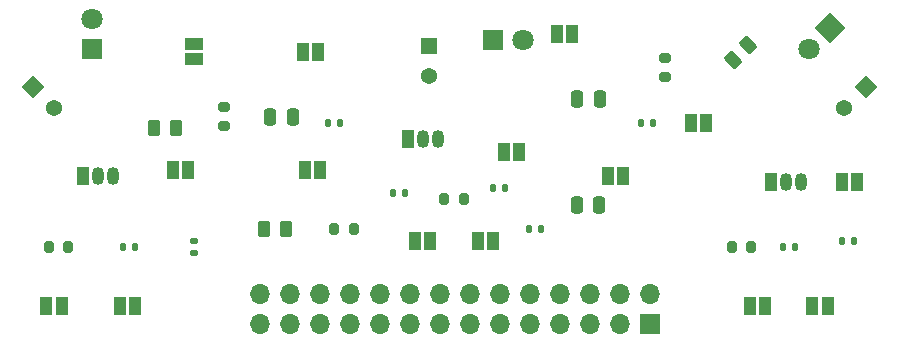
<source format=gbr>
%TF.GenerationSoftware,KiCad,Pcbnew,8.0.1*%
%TF.CreationDate,2024-03-24T13:46:44+02:00*%
%TF.ProjectId,EEE3088F Sensing Subsystem Project,45454533-3038-4384-9620-53656e73696e,rev?*%
%TF.SameCoordinates,Original*%
%TF.FileFunction,Soldermask,Top*%
%TF.FilePolarity,Negative*%
%FSLAX46Y46*%
G04 Gerber Fmt 4.6, Leading zero omitted, Abs format (unit mm)*
G04 Created by KiCad (PCBNEW 8.0.1) date 2024-03-24 13:46:44*
%MOMM*%
%LPD*%
G01*
G04 APERTURE LIST*
G04 Aperture macros list*
%AMRoundRect*
0 Rectangle with rounded corners*
0 $1 Rounding radius*
0 $2 $3 $4 $5 $6 $7 $8 $9 X,Y pos of 4 corners*
0 Add a 4 corners polygon primitive as box body*
4,1,4,$2,$3,$4,$5,$6,$7,$8,$9,$2,$3,0*
0 Add four circle primitives for the rounded corners*
1,1,$1+$1,$2,$3*
1,1,$1+$1,$4,$5*
1,1,$1+$1,$6,$7*
1,1,$1+$1,$8,$9*
0 Add four rect primitives between the rounded corners*
20,1,$1+$1,$2,$3,$4,$5,0*
20,1,$1+$1,$4,$5,$6,$7,0*
20,1,$1+$1,$6,$7,$8,$9,0*
20,1,$1+$1,$8,$9,$2,$3,0*%
%AMRotRect*
0 Rectangle, with rotation*
0 The origin of the aperture is its center*
0 $1 length*
0 $2 width*
0 $3 Rotation angle, in degrees counterclockwise*
0 Add horizontal line*
21,1,$1,$2,0,0,$3*%
G04 Aperture macros list end*
%ADD10RotRect,1.371600X1.371600X225.000000*%
%ADD11C,1.371600*%
%ADD12R,1.371600X1.371600*%
%ADD13RotRect,1.371600X1.371600X315.000000*%
%ADD14RoundRect,0.250000X-0.250000X-0.475000X0.250000X-0.475000X0.250000X0.475000X-0.250000X0.475000X0*%
%ADD15RoundRect,0.250000X0.250000X0.475000X-0.250000X0.475000X-0.250000X-0.475000X0.250000X-0.475000X0*%
%ADD16RoundRect,0.250000X-0.262500X-0.450000X0.262500X-0.450000X0.262500X0.450000X-0.262500X0.450000X0*%
%ADD17RoundRect,0.250000X0.132583X-0.503814X0.503814X-0.132583X-0.132583X0.503814X-0.503814X0.132583X0*%
%ADD18R,1.000000X1.500000*%
%ADD19RoundRect,0.140000X0.140000X0.170000X-0.140000X0.170000X-0.140000X-0.170000X0.140000X-0.170000X0*%
%ADD20R,1.700000X1.700000*%
%ADD21O,1.700000X1.700000*%
%ADD22R,1.500000X1.000000*%
%ADD23R,1.800000X1.800000*%
%ADD24C,1.800000*%
%ADD25RoundRect,0.135000X-0.135000X-0.185000X0.135000X-0.185000X0.135000X0.185000X-0.135000X0.185000X0*%
%ADD26RoundRect,0.135000X-0.185000X0.135000X-0.185000X-0.135000X0.185000X-0.135000X0.185000X0.135000X0*%
%ADD27RoundRect,0.135000X0.135000X0.185000X-0.135000X0.185000X-0.135000X-0.185000X0.135000X-0.185000X0*%
%ADD28RoundRect,0.200000X-0.200000X-0.275000X0.200000X-0.275000X0.200000X0.275000X-0.200000X0.275000X0*%
%ADD29RoundRect,0.200000X0.275000X-0.200000X0.275000X0.200000X-0.275000X0.200000X-0.275000X-0.200000X0*%
%ADD30RoundRect,0.140000X-0.140000X-0.170000X0.140000X-0.170000X0.140000X0.170000X-0.140000X0.170000X0*%
%ADD31RotRect,1.800000X1.800000X225.000000*%
%ADD32RoundRect,0.200000X-0.275000X0.200000X-0.275000X-0.200000X0.275000X-0.200000X0.275000X0.200000X0*%
%ADD33R,1.050000X1.500000*%
%ADD34O,1.050000X1.500000*%
G04 APERTURE END LIST*
D10*
%TO.C,LED3*%
X122000000Y-120000000D03*
D11*
X120203949Y-121796051D03*
%TD*%
D12*
%TO.C,LED2*%
X85000000Y-116500000D03*
D11*
X85000000Y-119040000D03*
%TD*%
D13*
%TO.C,LED1*%
X51500000Y-120000000D03*
D11*
X53296051Y-121796051D03*
%TD*%
D14*
%TO.C,C1*%
X71600000Y-122500000D03*
X73500000Y-122500000D03*
%TD*%
D15*
%TO.C,C3*%
X99450000Y-130000000D03*
X97550000Y-130000000D03*
%TD*%
D14*
%TO.C,C5*%
X97600001Y-121000000D03*
X99500001Y-121000000D03*
%TD*%
D16*
%TO.C,R4*%
X61762500Y-123500000D03*
X63587500Y-123500000D03*
%TD*%
%TO.C,R9*%
X71087500Y-132000000D03*
X72912500Y-132000000D03*
%TD*%
D17*
%TO.C,R14*%
X110771402Y-117728598D03*
X112061872Y-116438128D03*
%TD*%
D18*
%TO.C,JP15*%
X120000000Y-128000000D03*
X121299998Y-128000000D03*
%TD*%
%TO.C,JP14*%
X91350000Y-125500000D03*
X92650000Y-125500000D03*
%TD*%
%TO.C,JP13*%
X64649999Y-127000000D03*
X63350001Y-127000000D03*
%TD*%
D19*
%TO.C,C4*%
X93540000Y-132000000D03*
X94500000Y-132000000D03*
%TD*%
D20*
%TO.C,J1*%
X103780000Y-140040000D03*
D21*
X103780000Y-137500000D03*
X101240000Y-140040000D03*
X101240000Y-137500000D03*
X98700000Y-140040000D03*
X98700000Y-137500000D03*
X96160000Y-140040000D03*
X96160000Y-137500000D03*
X93620000Y-140040000D03*
X93620000Y-137500000D03*
X91080000Y-140040000D03*
X91080000Y-137500000D03*
X88540000Y-140040000D03*
X88540000Y-137500000D03*
X86000000Y-140040000D03*
X86000000Y-137500000D03*
X83460000Y-140040000D03*
X83460000Y-137500000D03*
X80920000Y-140040000D03*
X80920000Y-137500000D03*
X78380000Y-140040000D03*
X78380000Y-137500000D03*
X75840000Y-140040000D03*
X75840000Y-137500000D03*
X73300000Y-140040000D03*
X73300000Y-137500000D03*
X70760000Y-140040000D03*
X70760000Y-137500000D03*
%TD*%
D18*
%TO.C,JP8*%
X100200002Y-127500000D03*
X101500000Y-127500000D03*
%TD*%
%TO.C,JP9*%
X117500000Y-138500000D03*
X118799998Y-138500000D03*
%TD*%
D22*
%TO.C,JP3*%
X65149999Y-117649999D03*
X65149999Y-116350001D03*
%TD*%
D18*
%TO.C,JP5*%
X89200002Y-133000000D03*
X90500000Y-133000000D03*
%TD*%
%TO.C,JP11*%
X108500000Y-123000000D03*
X107200002Y-123000000D03*
%TD*%
D23*
%TO.C,D2*%
X90460000Y-116000000D03*
D24*
X93000000Y-116000000D03*
%TD*%
D25*
%TO.C,R2*%
X59149999Y-133500000D03*
X60169997Y-133500000D03*
%TD*%
D26*
%TO.C,R3*%
X65140000Y-134009999D03*
X65140000Y-132990001D03*
%TD*%
D25*
%TO.C,R6*%
X81980001Y-129000000D03*
X82999999Y-129000000D03*
%TD*%
D27*
%TO.C,R8*%
X91509999Y-128500000D03*
X90490001Y-128500000D03*
%TD*%
D25*
%TO.C,R12*%
X114980001Y-133500000D03*
X115999999Y-133500000D03*
%TD*%
D27*
%TO.C,R13*%
X119990001Y-133000000D03*
X121009999Y-133000000D03*
%TD*%
D28*
%TO.C,R10*%
X77000000Y-132000000D03*
X78650000Y-132000000D03*
%TD*%
D29*
%TO.C,R15*%
X105000000Y-119150000D03*
X105000000Y-117500000D03*
%TD*%
D30*
%TO.C,C2*%
X77480000Y-123000000D03*
X76520000Y-123000000D03*
%TD*%
D18*
%TO.C,JP4*%
X75649999Y-117000000D03*
X74350001Y-117000000D03*
%TD*%
%TO.C,JP6*%
X85149999Y-133000000D03*
X83850001Y-133000000D03*
%TD*%
D23*
%TO.C,D1*%
X56500000Y-116775000D03*
D24*
X56500000Y-114235000D03*
%TD*%
D31*
%TO.C,D3*%
X119000000Y-115000000D03*
D24*
X117203949Y-116796051D03*
%TD*%
D28*
%TO.C,R1*%
X54474999Y-133500000D03*
X52824999Y-133500000D03*
%TD*%
D30*
%TO.C,C6*%
X103980000Y-123000000D03*
X103020000Y-123000000D03*
%TD*%
D32*
%TO.C,R5*%
X67649999Y-123325000D03*
X67649999Y-121675000D03*
%TD*%
D28*
%TO.C,R7*%
X86350000Y-129500000D03*
X88000000Y-129500000D03*
%TD*%
%TO.C,R11*%
X112325000Y-133500000D03*
X110675000Y-133500000D03*
%TD*%
D18*
%TO.C,JP7*%
X75799999Y-127000000D03*
X74500001Y-127000000D03*
%TD*%
D33*
%TO.C,Q2*%
X83230000Y-124360000D03*
D34*
X84500000Y-124360000D03*
X85770000Y-124360000D03*
%TD*%
D33*
%TO.C,Q3*%
X113960000Y-128000000D03*
D34*
X115230001Y-128000000D03*
X116500000Y-128000000D03*
%TD*%
%TO.C,Q1*%
X58270000Y-127500000D03*
X57000001Y-127500000D03*
D33*
X55730000Y-127500000D03*
%TD*%
D18*
%TO.C,JP2*%
X58850001Y-138500000D03*
X60149999Y-138500000D03*
%TD*%
%TO.C,JP1*%
X52649999Y-138500000D03*
X53949997Y-138500000D03*
%TD*%
%TO.C,JP12*%
X97149999Y-115500000D03*
X95850001Y-115500000D03*
%TD*%
%TO.C,JP10*%
X112200002Y-138500000D03*
X113500000Y-138500000D03*
%TD*%
M02*

</source>
